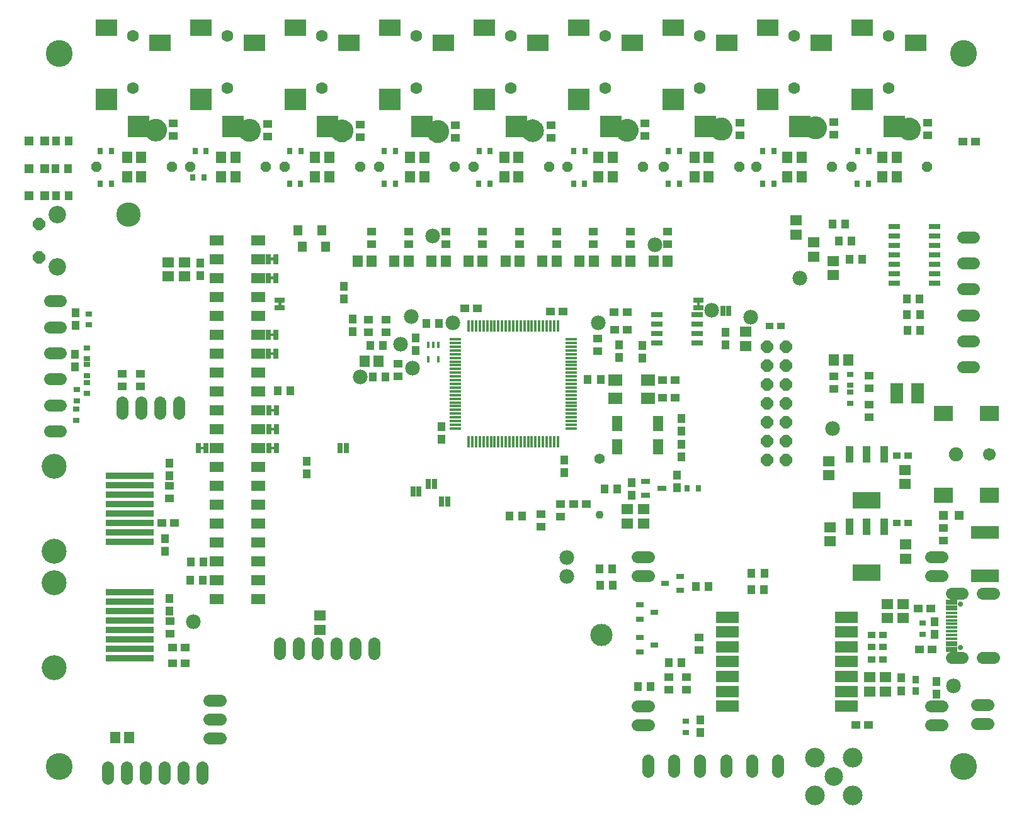
<source format=gbr>
G04 EAGLE Gerber RS-274X export*
G75*
%MOMM*%
%FSLAX34Y34*%
%LPD*%
%INSoldermask Top*%
%IPPOS*%
%AMOC8*
5,1,8,0,0,1.08239X$1,22.5*%
G01*
%ADD10C,3.601600*%
%ADD11C,3.281600*%
%ADD12R,1.101600X2.201600*%
%ADD13R,3.801600X2.201600*%
%ADD14C,1.601600*%
%ADD15R,1.201600X1.101600*%
%ADD16R,2.901600X2.301600*%
%ADD17R,2.901600X2.901600*%
%ADD18C,1.601600*%
%ADD19R,1.401600X1.601600*%
%ADD20R,1.601600X1.401600*%
%ADD21R,1.101600X1.201600*%
%ADD22R,1.301600X1.301600*%
%ADD23R,2.501600X2.101600*%
%ADD24C,1.701600*%
%ADD25C,1.901600*%
%ADD26R,6.451600X0.861600*%
%ADD27C,3.351600*%
%ADD28R,1.601600X0.371600*%
%ADD29R,0.371600X1.601600*%
%ADD30R,1.401600X2.001600*%
%ADD31R,3.101600X1.601600*%
%ADD32C,3.001600*%
%ADD33R,1.879600X1.371600*%
%ADD34R,0.736600X1.371600*%
%ADD35R,1.117600X0.736600*%
%ADD36P,1.429621X8X22.500000*%
%ADD37C,1.981200*%
%ADD38R,0.701600X0.901600*%
%ADD39R,3.801600X1.801600*%
%ADD40R,1.501600X0.701600*%
%ADD41R,1.501600X0.401600*%
%ADD42C,0.701600*%
%ADD43R,0.901600X0.701600*%
%ADD44R,1.371600X0.736600*%
%ADD45C,1.401600*%
%ADD46C,1.101600*%
%ADD47P,1.759533X8X292.500000*%
%ADD48C,2.349500*%
%ADD49R,1.627600X0.751600*%
%ADD50R,1.901600X1.501600*%
%ADD51R,1.001600X0.901600*%
%ADD52R,0.901600X1.001600*%
%ADD53C,2.501600*%
%ADD54C,2.651600*%
%ADD55R,1.701600X2.801600*%
%ADD56R,1.626600X0.751600*%
%ADD57R,1.216200X1.462800*%
%ADD58R,1.151600X0.751600*%
%ADD59R,0.450000X0.900000*%

G36*
X1069205Y893401D02*
X1069205Y893401D01*
X1069308Y893424D01*
X1069379Y893431D01*
X1071785Y894076D01*
X1071882Y894117D01*
X1071951Y894136D01*
X1074208Y895189D01*
X1074297Y895247D01*
X1074361Y895277D01*
X1076401Y896706D01*
X1076479Y896778D01*
X1076537Y896820D01*
X1078298Y898581D01*
X1078307Y898592D01*
X1078311Y898596D01*
X1078321Y898611D01*
X1078362Y898665D01*
X1078412Y898716D01*
X1079840Y900756D01*
X1079882Y900838D01*
X1079898Y900863D01*
X1079900Y900867D01*
X1079929Y900910D01*
X1080981Y903167D01*
X1081012Y903268D01*
X1081042Y903333D01*
X1081686Y905739D01*
X1081699Y905844D01*
X1081717Y905913D01*
X1081934Y908394D01*
X1081929Y908500D01*
X1081934Y908571D01*
X1081717Y911052D01*
X1081693Y911155D01*
X1081686Y911226D01*
X1081042Y913632D01*
X1081000Y913729D01*
X1080981Y913798D01*
X1079929Y916055D01*
X1079871Y916144D01*
X1079840Y916208D01*
X1078412Y918248D01*
X1078339Y918326D01*
X1078298Y918384D01*
X1076537Y920145D01*
X1076453Y920209D01*
X1076401Y920259D01*
X1074361Y921687D01*
X1074267Y921735D01*
X1074208Y921776D01*
X1071951Y922828D01*
X1071850Y922859D01*
X1071785Y922889D01*
X1069379Y923533D01*
X1069274Y923546D01*
X1069205Y923564D01*
X1066724Y923781D01*
X1066618Y923776D01*
X1066547Y923781D01*
X1064066Y923564D01*
X1063963Y923540D01*
X1063892Y923533D01*
X1061486Y922889D01*
X1061388Y922847D01*
X1061320Y922828D01*
X1059062Y921776D01*
X1058974Y921718D01*
X1058909Y921687D01*
X1056869Y920259D01*
X1056792Y920186D01*
X1056734Y920145D01*
X1054973Y918384D01*
X1054909Y918300D01*
X1054859Y918248D01*
X1053430Y916208D01*
X1053382Y916114D01*
X1053342Y916055D01*
X1052289Y913798D01*
X1052258Y913697D01*
X1052229Y913632D01*
X1051584Y911226D01*
X1051571Y911121D01*
X1051553Y911052D01*
X1051336Y908571D01*
X1051342Y908465D01*
X1051336Y908394D01*
X1051553Y905913D01*
X1051577Y905810D01*
X1051584Y905739D01*
X1052229Y903333D01*
X1052270Y903235D01*
X1052289Y903167D01*
X1053342Y900910D01*
X1053400Y900821D01*
X1053430Y900756D01*
X1054859Y898716D01*
X1054912Y898659D01*
X1054926Y898635D01*
X1054948Y898615D01*
X1054973Y898581D01*
X1056734Y896820D01*
X1056818Y896756D01*
X1056869Y896706D01*
X1058909Y895277D01*
X1059004Y895229D01*
X1059062Y895189D01*
X1061320Y894136D01*
X1061421Y894105D01*
X1061486Y894076D01*
X1063892Y893431D01*
X1063997Y893418D01*
X1064066Y893401D01*
X1066547Y893183D01*
X1066653Y893189D01*
X1066724Y893183D01*
X1069205Y893401D01*
G37*
G36*
X942354Y891721D02*
X942354Y891721D01*
X942457Y891745D01*
X942528Y891752D01*
X944934Y892396D01*
X945031Y892438D01*
X945100Y892457D01*
X947357Y893509D01*
X947446Y893567D01*
X947510Y893598D01*
X949550Y895026D01*
X949628Y895099D01*
X949686Y895140D01*
X951447Y896901D01*
X951456Y896913D01*
X951460Y896916D01*
X951470Y896932D01*
X951511Y896986D01*
X951561Y897037D01*
X952989Y899077D01*
X953031Y899159D01*
X953047Y899183D01*
X953049Y899188D01*
X953078Y899230D01*
X954130Y901487D01*
X954161Y901588D01*
X954191Y901653D01*
X954835Y904059D01*
X954848Y904164D01*
X954866Y904233D01*
X955083Y906714D01*
X955078Y906820D01*
X955083Y906891D01*
X954866Y909372D01*
X954842Y909475D01*
X954835Y909547D01*
X954191Y911952D01*
X954149Y912050D01*
X954130Y912119D01*
X953078Y914376D01*
X953020Y914464D01*
X952989Y914529D01*
X951561Y916569D01*
X951488Y916646D01*
X951447Y916705D01*
X949686Y918466D01*
X949602Y918529D01*
X949550Y918579D01*
X947510Y920008D01*
X947416Y920056D01*
X947357Y920096D01*
X945100Y921149D01*
X944999Y921180D01*
X944934Y921209D01*
X942528Y921854D01*
X942423Y921867D01*
X942354Y921885D01*
X939873Y922102D01*
X939767Y922096D01*
X939696Y922102D01*
X937215Y921885D01*
X937112Y921861D01*
X937041Y921854D01*
X934635Y921209D01*
X934537Y921168D01*
X934469Y921149D01*
X932211Y920096D01*
X932123Y920039D01*
X932058Y920008D01*
X930018Y918579D01*
X929941Y918507D01*
X929883Y918466D01*
X928122Y916705D01*
X928058Y916620D01*
X928008Y916569D01*
X926579Y914529D01*
X926531Y914434D01*
X926491Y914376D01*
X925438Y912119D01*
X925407Y912017D01*
X925378Y911952D01*
X924733Y909547D01*
X924720Y909441D01*
X924702Y909372D01*
X924485Y906891D01*
X924491Y906786D01*
X924485Y906714D01*
X924702Y904233D01*
X924726Y904130D01*
X924733Y904059D01*
X925378Y901653D01*
X925419Y901556D01*
X925438Y901487D01*
X926491Y899230D01*
X926549Y899141D01*
X926579Y899077D01*
X928008Y897037D01*
X928061Y896979D01*
X928075Y896956D01*
X928097Y896935D01*
X928122Y896901D01*
X929883Y895140D01*
X929967Y895077D01*
X930018Y895026D01*
X932058Y893598D01*
X932153Y893550D01*
X932211Y893509D01*
X934469Y892457D01*
X934570Y892426D01*
X934635Y892396D01*
X937041Y891752D01*
X937146Y891739D01*
X937215Y891721D01*
X939696Y891504D01*
X939802Y891510D01*
X939873Y891504D01*
X942354Y891721D01*
G37*
G36*
X1195335Y891619D02*
X1195335Y891619D01*
X1195438Y891643D01*
X1195509Y891649D01*
X1197915Y892294D01*
X1198012Y892335D01*
X1198081Y892355D01*
X1200338Y893407D01*
X1200427Y893465D01*
X1200492Y893495D01*
X1202532Y894924D01*
X1202609Y894996D01*
X1202667Y895038D01*
X1204428Y896799D01*
X1204437Y896811D01*
X1204441Y896814D01*
X1204451Y896829D01*
X1204492Y896883D01*
X1204542Y896934D01*
X1205971Y898974D01*
X1206012Y899057D01*
X1206029Y899081D01*
X1206030Y899085D01*
X1206059Y899128D01*
X1207112Y901385D01*
X1207142Y901486D01*
X1207172Y901551D01*
X1207817Y903957D01*
X1207830Y904062D01*
X1207847Y904131D01*
X1208064Y906612D01*
X1208059Y906718D01*
X1208064Y906789D01*
X1207847Y909270D01*
X1207824Y909373D01*
X1207817Y909444D01*
X1207172Y911850D01*
X1207131Y911947D01*
X1207112Y912016D01*
X1206059Y914273D01*
X1206001Y914362D01*
X1205971Y914427D01*
X1204542Y916467D01*
X1204470Y916544D01*
X1204428Y916602D01*
X1202667Y918363D01*
X1202583Y918427D01*
X1202532Y918477D01*
X1200492Y919905D01*
X1200397Y919953D01*
X1200338Y919994D01*
X1198081Y921046D01*
X1197980Y921077D01*
X1197915Y921107D01*
X1195509Y921752D01*
X1195404Y921764D01*
X1195335Y921782D01*
X1192854Y921999D01*
X1192748Y921994D01*
X1192677Y921999D01*
X1190196Y921782D01*
X1190093Y921758D01*
X1190022Y921752D01*
X1187616Y921107D01*
X1187519Y921066D01*
X1187450Y921046D01*
X1185193Y919994D01*
X1185104Y919936D01*
X1185040Y919905D01*
X1182999Y918477D01*
X1182922Y918405D01*
X1182864Y918363D01*
X1181103Y916602D01*
X1181039Y916518D01*
X1180989Y916467D01*
X1179561Y914427D01*
X1179513Y914332D01*
X1179472Y914273D01*
X1178420Y912016D01*
X1178389Y911915D01*
X1178359Y911850D01*
X1177715Y909444D01*
X1177702Y909339D01*
X1177684Y909270D01*
X1177467Y906789D01*
X1177472Y906683D01*
X1177467Y906612D01*
X1177684Y904131D01*
X1177708Y904028D01*
X1177715Y903957D01*
X1178359Y901551D01*
X1178401Y901454D01*
X1178420Y901385D01*
X1179472Y899128D01*
X1179530Y899039D01*
X1179561Y898974D01*
X1180989Y896934D01*
X1181043Y896877D01*
X1181057Y896853D01*
X1181079Y896833D01*
X1181103Y896799D01*
X1182864Y895038D01*
X1182948Y894974D01*
X1182999Y894924D01*
X1185040Y893495D01*
X1185134Y893447D01*
X1185193Y893407D01*
X1187450Y892355D01*
X1187551Y892324D01*
X1187616Y892294D01*
X1190022Y891649D01*
X1190127Y891637D01*
X1190196Y891619D01*
X1192677Y891402D01*
X1192783Y891407D01*
X1192854Y891402D01*
X1195335Y891619D01*
G37*
G36*
X181978Y890451D02*
X181978Y890451D01*
X182081Y890475D01*
X182152Y890482D01*
X184558Y891127D01*
X184655Y891168D01*
X184724Y891187D01*
X186981Y892240D01*
X187070Y892297D01*
X187135Y892328D01*
X189175Y893757D01*
X189252Y893829D01*
X189310Y893870D01*
X191071Y895631D01*
X191080Y895643D01*
X191084Y895646D01*
X191094Y895662D01*
X191135Y895716D01*
X191185Y895767D01*
X192613Y897807D01*
X192655Y897889D01*
X192671Y897913D01*
X192673Y897918D01*
X192702Y897960D01*
X193754Y900217D01*
X193785Y900319D01*
X193815Y900384D01*
X194460Y902789D01*
X194472Y902894D01*
X194490Y902964D01*
X194707Y905445D01*
X194702Y905550D01*
X194707Y905622D01*
X194490Y908103D01*
X194466Y908206D01*
X194460Y908277D01*
X193815Y910682D01*
X193773Y910780D01*
X193754Y910849D01*
X192702Y913106D01*
X192644Y913195D01*
X192613Y913259D01*
X191185Y915299D01*
X191113Y915377D01*
X191071Y915435D01*
X189310Y917196D01*
X189226Y917259D01*
X189175Y917310D01*
X187135Y918738D01*
X187040Y918786D01*
X186981Y918827D01*
X184724Y919879D01*
X184623Y919910D01*
X184558Y919940D01*
X182152Y920584D01*
X182047Y920597D01*
X181978Y920615D01*
X179497Y920832D01*
X179391Y920826D01*
X179320Y920832D01*
X176839Y920615D01*
X176736Y920591D01*
X176665Y920584D01*
X174259Y919940D01*
X174162Y919898D01*
X174093Y919879D01*
X171836Y918827D01*
X171747Y918769D01*
X171682Y918738D01*
X169642Y917310D01*
X169565Y917237D01*
X169507Y917196D01*
X167746Y915435D01*
X167682Y915350D01*
X167632Y915299D01*
X166203Y913259D01*
X166155Y913165D01*
X166115Y913106D01*
X165062Y910849D01*
X165032Y910748D01*
X165002Y910682D01*
X164357Y908277D01*
X164345Y908172D01*
X164327Y908103D01*
X164110Y905622D01*
X164115Y905516D01*
X164110Y905445D01*
X164327Y902964D01*
X164351Y902861D01*
X164357Y902789D01*
X165002Y900384D01*
X165043Y900286D01*
X165062Y900217D01*
X166115Y897960D01*
X166173Y897872D01*
X166203Y897807D01*
X167632Y895767D01*
X167686Y895710D01*
X167700Y895686D01*
X167721Y895665D01*
X167746Y895631D01*
X169507Y893870D01*
X169591Y893807D01*
X169642Y893757D01*
X171682Y892328D01*
X171777Y892280D01*
X171836Y892240D01*
X174093Y891187D01*
X174194Y891156D01*
X174259Y891127D01*
X176665Y890482D01*
X176770Y890469D01*
X176839Y890451D01*
X179320Y890234D01*
X179426Y890240D01*
X179497Y890234D01*
X181978Y890451D01*
G37*
G36*
X308033Y890262D02*
X308033Y890262D01*
X308136Y890286D01*
X308207Y890293D01*
X310613Y890937D01*
X310710Y890979D01*
X310779Y890998D01*
X313036Y892050D01*
X313125Y892108D01*
X313190Y892139D01*
X315230Y893567D01*
X315307Y893640D01*
X315365Y893681D01*
X317126Y895442D01*
X317135Y895454D01*
X317139Y895457D01*
X317149Y895473D01*
X317190Y895526D01*
X317240Y895578D01*
X318669Y897618D01*
X318710Y897700D01*
X318726Y897724D01*
X318728Y897729D01*
X318757Y897771D01*
X319810Y900028D01*
X319840Y900129D01*
X319870Y900194D01*
X320515Y902600D01*
X320527Y902705D01*
X320545Y902774D01*
X320762Y905255D01*
X320757Y905361D01*
X320762Y905432D01*
X320545Y907913D01*
X320521Y908016D01*
X320515Y908087D01*
X319870Y910493D01*
X319829Y910591D01*
X319810Y910659D01*
X318757Y912917D01*
X318699Y913005D01*
X318669Y913070D01*
X317240Y915110D01*
X317168Y915187D01*
X317126Y915245D01*
X315365Y917006D01*
X315281Y917070D01*
X315230Y917120D01*
X313190Y918549D01*
X313095Y918597D01*
X313036Y918637D01*
X310779Y919690D01*
X310678Y919721D01*
X310613Y919750D01*
X308207Y920395D01*
X308102Y920408D01*
X308033Y920426D01*
X305552Y920643D01*
X305446Y920637D01*
X305375Y920643D01*
X302894Y920426D01*
X302791Y920402D01*
X302720Y920395D01*
X300314Y919750D01*
X300217Y919709D01*
X300148Y919690D01*
X297891Y918637D01*
X297802Y918579D01*
X297737Y918549D01*
X295697Y917120D01*
X295620Y917048D01*
X295562Y917006D01*
X293801Y915245D01*
X293737Y915161D01*
X293687Y915110D01*
X292259Y913070D01*
X292211Y912975D01*
X292170Y912917D01*
X291118Y910659D01*
X291087Y910558D01*
X291057Y910493D01*
X290412Y908087D01*
X290400Y907982D01*
X290382Y907913D01*
X290165Y905432D01*
X290170Y905326D01*
X290165Y905255D01*
X290382Y902774D01*
X290406Y902671D01*
X290412Y902600D01*
X291057Y900194D01*
X291099Y900097D01*
X291118Y900028D01*
X292170Y897771D01*
X292228Y897682D01*
X292259Y897618D01*
X293687Y895578D01*
X293741Y895520D01*
X293755Y895497D01*
X293776Y895476D01*
X293801Y895442D01*
X295562Y893681D01*
X295646Y893617D01*
X295697Y893567D01*
X297737Y892139D01*
X297832Y892091D01*
X297891Y892050D01*
X300148Y890998D01*
X300249Y890967D01*
X300314Y890937D01*
X302720Y890293D01*
X302825Y890280D01*
X302894Y890262D01*
X305375Y890045D01*
X305481Y890050D01*
X305552Y890045D01*
X308033Y890262D01*
G37*
G36*
X815697Y890080D02*
X815697Y890080D01*
X815800Y890104D01*
X815872Y890111D01*
X818277Y890755D01*
X818375Y890797D01*
X818444Y890816D01*
X820701Y891868D01*
X820789Y891926D01*
X820854Y891957D01*
X822894Y893385D01*
X822972Y893458D01*
X823030Y893499D01*
X824791Y895260D01*
X824800Y895272D01*
X824803Y895275D01*
X824814Y895291D01*
X824854Y895345D01*
X824904Y895396D01*
X826333Y897436D01*
X826375Y897518D01*
X826391Y897542D01*
X826392Y897547D01*
X826421Y897589D01*
X827474Y899846D01*
X827505Y899947D01*
X827534Y900012D01*
X828179Y902418D01*
X828192Y902523D01*
X828210Y902592D01*
X828427Y905073D01*
X828421Y905179D01*
X828427Y905250D01*
X828210Y907731D01*
X828186Y907834D01*
X828179Y907906D01*
X827534Y910311D01*
X827493Y910409D01*
X827474Y910478D01*
X826421Y912735D01*
X826364Y912823D01*
X826333Y912888D01*
X824904Y914928D01*
X824832Y915005D01*
X824791Y915064D01*
X823030Y916825D01*
X822945Y916888D01*
X822894Y916938D01*
X820854Y918367D01*
X820760Y918415D01*
X820701Y918455D01*
X818444Y919508D01*
X818342Y919539D01*
X818277Y919568D01*
X815872Y920213D01*
X815767Y920226D01*
X815697Y920244D01*
X813216Y920461D01*
X813111Y920455D01*
X813039Y920461D01*
X810558Y920244D01*
X810455Y920220D01*
X810384Y920213D01*
X807979Y919568D01*
X807881Y919527D01*
X807812Y919508D01*
X805555Y918455D01*
X805466Y918398D01*
X805402Y918367D01*
X803362Y916938D01*
X803284Y916866D01*
X803226Y916825D01*
X801465Y915064D01*
X801402Y914979D01*
X801351Y914928D01*
X799923Y912888D01*
X799875Y912793D01*
X799834Y912735D01*
X798782Y910478D01*
X798751Y910376D01*
X798721Y910311D01*
X798077Y907906D01*
X798064Y907800D01*
X798046Y907731D01*
X797829Y905250D01*
X797835Y905145D01*
X797829Y905073D01*
X798046Y902592D01*
X798070Y902489D01*
X798077Y902418D01*
X798721Y900012D01*
X798763Y899915D01*
X798782Y899846D01*
X799834Y897589D01*
X799892Y897500D01*
X799923Y897436D01*
X801351Y895396D01*
X801405Y895338D01*
X801419Y895315D01*
X801441Y895294D01*
X801465Y895260D01*
X803226Y893499D01*
X803311Y893436D01*
X803362Y893385D01*
X805402Y891957D01*
X805496Y891909D01*
X805555Y891868D01*
X807812Y890816D01*
X807914Y890785D01*
X807979Y890755D01*
X810384Y890111D01*
X810489Y890098D01*
X810558Y890080D01*
X813039Y889863D01*
X813145Y889869D01*
X813216Y889863D01*
X815697Y890080D01*
G37*
G36*
X688542Y889688D02*
X688542Y889688D01*
X688645Y889712D01*
X688716Y889718D01*
X691122Y890363D01*
X691219Y890405D01*
X691288Y890424D01*
X693545Y891476D01*
X693634Y891534D01*
X693698Y891565D01*
X695738Y892993D01*
X695816Y893065D01*
X695874Y893107D01*
X697635Y894868D01*
X697644Y894880D01*
X697648Y894883D01*
X697658Y894899D01*
X697698Y894952D01*
X697749Y895003D01*
X699177Y897043D01*
X699219Y897126D01*
X699235Y897150D01*
X699237Y897154D01*
X699266Y897197D01*
X700318Y899454D01*
X700349Y899555D01*
X700379Y899620D01*
X701023Y902026D01*
X701036Y902131D01*
X701054Y902200D01*
X701271Y904681D01*
X701265Y904787D01*
X701271Y904858D01*
X701054Y907339D01*
X701030Y907442D01*
X701023Y907513D01*
X700379Y909919D01*
X700337Y910016D01*
X700318Y910085D01*
X699266Y912342D01*
X699208Y912431D01*
X699177Y912496D01*
X697749Y914536D01*
X697676Y914613D01*
X697635Y914671D01*
X695874Y916432D01*
X695789Y916496D01*
X695738Y916546D01*
X693698Y917975D01*
X693604Y918023D01*
X693545Y918063D01*
X691288Y919116D01*
X691187Y919146D01*
X691122Y919176D01*
X688716Y919821D01*
X688611Y919833D01*
X688542Y919851D01*
X686061Y920068D01*
X685955Y920063D01*
X685884Y920068D01*
X683403Y919851D01*
X683300Y919827D01*
X683228Y919821D01*
X680823Y919176D01*
X680725Y919135D01*
X680656Y919116D01*
X678399Y918063D01*
X678311Y918005D01*
X678246Y917975D01*
X676206Y916546D01*
X676129Y916474D01*
X676070Y916432D01*
X674309Y914671D01*
X674246Y914587D01*
X674196Y914536D01*
X672767Y912496D01*
X672719Y912401D01*
X672679Y912342D01*
X671626Y910085D01*
X671595Y909984D01*
X671566Y909919D01*
X670921Y907513D01*
X670908Y907408D01*
X670890Y907339D01*
X670673Y904858D01*
X670679Y904752D01*
X670673Y904681D01*
X670890Y902200D01*
X670914Y902097D01*
X670921Y902026D01*
X671566Y899620D01*
X671607Y899523D01*
X671626Y899454D01*
X672679Y897197D01*
X672736Y897108D01*
X672767Y897043D01*
X674196Y895003D01*
X674249Y894946D01*
X674263Y894922D01*
X674285Y894902D01*
X674309Y894868D01*
X676070Y893107D01*
X676155Y893043D01*
X676206Y892993D01*
X678246Y891565D01*
X678341Y891517D01*
X678399Y891476D01*
X680656Y890424D01*
X680758Y890393D01*
X680823Y890363D01*
X683228Y889718D01*
X683334Y889706D01*
X683403Y889688D01*
X685884Y889471D01*
X685989Y889476D01*
X686061Y889471D01*
X688542Y889688D01*
G37*
G36*
X432230Y889513D02*
X432230Y889513D01*
X432333Y889537D01*
X432405Y889544D01*
X434810Y890189D01*
X434908Y890230D01*
X434977Y890249D01*
X437234Y891302D01*
X437322Y891359D01*
X437387Y891390D01*
X439427Y892819D01*
X439504Y892891D01*
X439563Y892932D01*
X441324Y894693D01*
X441332Y894705D01*
X441336Y894708D01*
X441347Y894724D01*
X441387Y894778D01*
X441437Y894829D01*
X442866Y896869D01*
X442908Y896951D01*
X442924Y896975D01*
X442925Y896980D01*
X442954Y897022D01*
X444007Y899279D01*
X444038Y899381D01*
X444067Y899446D01*
X444712Y901851D01*
X444725Y901956D01*
X444743Y902026D01*
X444960Y904507D01*
X444954Y904612D01*
X444960Y904684D01*
X444743Y907165D01*
X444719Y907268D01*
X444712Y907339D01*
X444067Y909744D01*
X444026Y909842D01*
X444007Y909911D01*
X442954Y912168D01*
X442897Y912257D01*
X442866Y912321D01*
X441437Y914361D01*
X441365Y914439D01*
X441324Y914497D01*
X439563Y916258D01*
X439478Y916321D01*
X439427Y916372D01*
X437387Y917800D01*
X437292Y917848D01*
X437234Y917889D01*
X434977Y918941D01*
X434875Y918972D01*
X434810Y919002D01*
X432405Y919646D01*
X432299Y919659D01*
X432230Y919677D01*
X429749Y919894D01*
X429644Y919888D01*
X429572Y919894D01*
X427091Y919677D01*
X426988Y919653D01*
X426917Y919646D01*
X424511Y919002D01*
X424414Y918960D01*
X424345Y918941D01*
X422088Y917889D01*
X421999Y917831D01*
X421935Y917800D01*
X419895Y916372D01*
X419817Y916299D01*
X419759Y916258D01*
X417998Y914497D01*
X417935Y914412D01*
X417884Y914361D01*
X416456Y912321D01*
X416408Y912227D01*
X416367Y912168D01*
X415315Y909911D01*
X415284Y909809D01*
X415254Y909744D01*
X414610Y907339D01*
X414597Y907234D01*
X414579Y907165D01*
X414362Y904684D01*
X414368Y904578D01*
X414362Y904507D01*
X414579Y902026D01*
X414603Y901923D01*
X414610Y901851D01*
X415254Y899446D01*
X415296Y899348D01*
X415315Y899279D01*
X416367Y897022D01*
X416425Y896934D01*
X416456Y896869D01*
X417884Y894829D01*
X417938Y894772D01*
X417952Y894748D01*
X417974Y894727D01*
X417998Y894693D01*
X419759Y892932D01*
X419844Y892869D01*
X419895Y892819D01*
X421935Y891390D01*
X422029Y891342D01*
X422088Y891302D01*
X424345Y890249D01*
X424446Y890218D01*
X424511Y890189D01*
X426917Y889544D01*
X427022Y889531D01*
X427091Y889513D01*
X429572Y889296D01*
X429678Y889302D01*
X429749Y889296D01*
X432230Y889513D01*
G37*
G36*
X561223Y888623D02*
X561223Y888623D01*
X561326Y888647D01*
X561398Y888654D01*
X563803Y889299D01*
X563901Y889340D01*
X563969Y889359D01*
X566227Y890412D01*
X566315Y890469D01*
X566380Y890500D01*
X568420Y891929D01*
X568497Y892001D01*
X568555Y892043D01*
X570316Y893804D01*
X570325Y893815D01*
X570329Y893819D01*
X570340Y893834D01*
X570380Y893888D01*
X570430Y893939D01*
X571859Y895979D01*
X571901Y896061D01*
X571917Y896086D01*
X571918Y896090D01*
X571947Y896132D01*
X573000Y898390D01*
X573031Y898491D01*
X573060Y898556D01*
X573705Y900961D01*
X573718Y901067D01*
X573736Y901136D01*
X573953Y903617D01*
X573947Y903723D01*
X573953Y903794D01*
X573736Y906275D01*
X573712Y906378D01*
X573705Y906449D01*
X573060Y908855D01*
X573019Y908952D01*
X573000Y909021D01*
X571947Y911278D01*
X571890Y911367D01*
X571859Y911431D01*
X570430Y913471D01*
X570358Y913549D01*
X570316Y913607D01*
X568555Y915368D01*
X568471Y915432D01*
X568420Y915482D01*
X566380Y916910D01*
X566285Y916958D01*
X566227Y916999D01*
X563969Y918051D01*
X563868Y918082D01*
X563803Y918112D01*
X561398Y918756D01*
X561292Y918769D01*
X561223Y918787D01*
X558742Y919004D01*
X558636Y918999D01*
X558565Y919004D01*
X556084Y918787D01*
X555981Y918763D01*
X555910Y918756D01*
X553504Y918112D01*
X553407Y918070D01*
X553338Y918051D01*
X551081Y916999D01*
X550992Y916941D01*
X550928Y916910D01*
X548888Y915482D01*
X548810Y915409D01*
X548752Y915368D01*
X546991Y913607D01*
X546927Y913522D01*
X546877Y913471D01*
X545449Y911431D01*
X545401Y911337D01*
X545360Y911278D01*
X544308Y909021D01*
X544277Y908920D01*
X544247Y908855D01*
X543603Y906449D01*
X543590Y906344D01*
X543572Y906275D01*
X543355Y903794D01*
X543360Y903688D01*
X543355Y903617D01*
X543572Y901136D01*
X543596Y901033D01*
X543603Y900961D01*
X544247Y898556D01*
X544289Y898458D01*
X544308Y898390D01*
X545360Y896132D01*
X545418Y896044D01*
X545449Y895979D01*
X546877Y893939D01*
X546931Y893882D01*
X546945Y893858D01*
X546967Y893838D01*
X546991Y893804D01*
X548752Y892043D01*
X548837Y891979D01*
X548888Y891929D01*
X550928Y890500D01*
X551022Y890452D01*
X551081Y890412D01*
X553338Y889359D01*
X553439Y889328D01*
X553504Y889299D01*
X555910Y888654D01*
X556015Y888641D01*
X556084Y888623D01*
X558565Y888406D01*
X558671Y888412D01*
X558742Y888406D01*
X561223Y888623D01*
G37*
G36*
X910391Y668736D02*
X910391Y668736D01*
X910456Y668738D01*
X910500Y668756D01*
X910547Y668764D01*
X910603Y668798D01*
X910664Y668822D01*
X910699Y668854D01*
X910740Y668878D01*
X910781Y668929D01*
X910830Y668974D01*
X910852Y669016D01*
X910881Y669052D01*
X910902Y669115D01*
X910932Y669173D01*
X910941Y669228D01*
X910953Y669265D01*
X910952Y669304D01*
X910960Y669359D01*
X910960Y673169D01*
X910948Y673233D01*
X910947Y673299D01*
X910929Y673343D01*
X910920Y673389D01*
X910887Y673446D01*
X910862Y673507D01*
X910830Y673542D01*
X910806Y673583D01*
X910755Y673624D01*
X910711Y673673D01*
X910669Y673694D01*
X910632Y673724D01*
X910570Y673745D01*
X910511Y673775D01*
X910457Y673783D01*
X910420Y673796D01*
X910380Y673795D01*
X910326Y673803D01*
X907786Y673803D01*
X907721Y673791D01*
X907655Y673789D01*
X907612Y673772D01*
X907565Y673763D01*
X907508Y673730D01*
X907447Y673705D01*
X907413Y673673D01*
X907372Y673649D01*
X907330Y673598D01*
X907282Y673554D01*
X907260Y673511D01*
X907230Y673475D01*
X907209Y673413D01*
X907179Y673354D01*
X907171Y673300D01*
X907159Y673262D01*
X907159Y673258D01*
X907160Y673222D01*
X907152Y673169D01*
X907152Y669359D01*
X907163Y669294D01*
X907165Y669228D01*
X907183Y669184D01*
X907191Y669138D01*
X907225Y669081D01*
X907249Y669020D01*
X907281Y668985D01*
X907305Y668945D01*
X907356Y668903D01*
X907401Y668855D01*
X907443Y668833D01*
X907480Y668803D01*
X907542Y668782D01*
X907600Y668752D01*
X907655Y668744D01*
X907692Y668731D01*
X907731Y668732D01*
X907786Y668724D01*
X910326Y668724D01*
X910391Y668736D01*
G37*
G36*
X347536Y668817D02*
X347536Y668817D01*
X347602Y668819D01*
X347646Y668837D01*
X347692Y668845D01*
X347749Y668879D01*
X347810Y668903D01*
X347845Y668935D01*
X347885Y668959D01*
X347927Y669010D01*
X347975Y669055D01*
X347997Y669097D01*
X348027Y669133D01*
X348048Y669196D01*
X348078Y669254D01*
X348086Y669309D01*
X348099Y669346D01*
X348097Y669385D01*
X348106Y669440D01*
X348106Y673250D01*
X348094Y673314D01*
X348092Y673380D01*
X348074Y673424D01*
X348066Y673470D01*
X348032Y673527D01*
X348008Y673588D01*
X347976Y673623D01*
X347952Y673664D01*
X347901Y673705D01*
X347856Y673754D01*
X347814Y673775D01*
X347778Y673805D01*
X347715Y673826D01*
X347657Y673856D01*
X347602Y673864D01*
X347565Y673877D01*
X347526Y673876D01*
X347471Y673884D01*
X344931Y673884D01*
X344867Y673872D01*
X344801Y673870D01*
X344757Y673853D01*
X344711Y673844D01*
X344654Y673811D01*
X344593Y673786D01*
X344558Y673754D01*
X344517Y673730D01*
X344476Y673679D01*
X344427Y673635D01*
X344406Y673593D01*
X344376Y673556D01*
X344355Y673494D01*
X344325Y673435D01*
X344317Y673381D01*
X344304Y673343D01*
X344304Y673339D01*
X344305Y673303D01*
X344297Y673250D01*
X344297Y669440D01*
X344309Y669375D01*
X344311Y669309D01*
X344328Y669265D01*
X344337Y669219D01*
X344370Y669162D01*
X344395Y669101D01*
X344427Y669066D01*
X344451Y669026D01*
X344502Y668984D01*
X344546Y668936D01*
X344588Y668914D01*
X344625Y668884D01*
X344687Y668863D01*
X344746Y668833D01*
X344800Y668825D01*
X344838Y668812D01*
X344877Y668814D01*
X344931Y668805D01*
X347471Y668805D01*
X347536Y668817D01*
G37*
G36*
X337601Y704765D02*
X337601Y704765D01*
X337667Y704767D01*
X337711Y704784D01*
X337757Y704793D01*
X337814Y704826D01*
X337875Y704851D01*
X337910Y704883D01*
X337950Y704907D01*
X337992Y704958D01*
X338041Y705002D01*
X338062Y705044D01*
X338092Y705081D01*
X338113Y705143D01*
X338143Y705202D01*
X338151Y705256D01*
X338164Y705294D01*
X338163Y705333D01*
X338171Y705387D01*
X338171Y707927D01*
X338159Y707992D01*
X338157Y708058D01*
X338139Y708102D01*
X338131Y708148D01*
X338098Y708205D01*
X338073Y708266D01*
X338041Y708301D01*
X338017Y708341D01*
X337966Y708383D01*
X337921Y708431D01*
X337879Y708453D01*
X337843Y708483D01*
X337780Y708504D01*
X337722Y708534D01*
X337667Y708542D01*
X337630Y708555D01*
X337591Y708553D01*
X337536Y708562D01*
X333726Y708562D01*
X333662Y708550D01*
X333596Y708548D01*
X333552Y708530D01*
X333506Y708522D01*
X333449Y708488D01*
X333388Y708464D01*
X333353Y708432D01*
X333312Y708408D01*
X333271Y708357D01*
X333222Y708312D01*
X333201Y708270D01*
X333171Y708234D01*
X333150Y708171D01*
X333120Y708113D01*
X333112Y708058D01*
X333099Y708021D01*
X333099Y708018D01*
X333100Y707981D01*
X333092Y707927D01*
X333092Y705387D01*
X333104Y705322D01*
X333106Y705257D01*
X333124Y705213D01*
X333132Y705166D01*
X333165Y705110D01*
X333190Y705049D01*
X333222Y705014D01*
X333246Y704973D01*
X333297Y704932D01*
X333341Y704883D01*
X333384Y704862D01*
X333420Y704832D01*
X333482Y704811D01*
X333541Y704781D01*
X333596Y704773D01*
X333633Y704760D01*
X333672Y704761D01*
X333726Y704753D01*
X337536Y704753D01*
X337601Y704765D01*
G37*
G36*
X337536Y730136D02*
X337536Y730136D01*
X337602Y730137D01*
X337645Y730155D01*
X337692Y730164D01*
X337749Y730197D01*
X337810Y730222D01*
X337844Y730254D01*
X337885Y730278D01*
X337927Y730329D01*
X337975Y730373D01*
X337997Y730415D01*
X338027Y730452D01*
X338048Y730514D01*
X338078Y730573D01*
X338086Y730627D01*
X338098Y730664D01*
X338097Y730704D01*
X338105Y730758D01*
X338105Y733298D01*
X338094Y733363D01*
X338092Y733429D01*
X338074Y733472D01*
X338066Y733519D01*
X338032Y733576D01*
X338007Y733637D01*
X337976Y733671D01*
X337952Y733712D01*
X337900Y733754D01*
X337856Y733802D01*
X337814Y733824D01*
X337777Y733854D01*
X337715Y733875D01*
X337656Y733905D01*
X337602Y733913D01*
X337565Y733925D01*
X337526Y733924D01*
X337471Y733932D01*
X333661Y733932D01*
X333596Y733921D01*
X333531Y733919D01*
X333487Y733901D01*
X333440Y733893D01*
X333384Y733859D01*
X333323Y733835D01*
X333288Y733803D01*
X333247Y733779D01*
X333206Y733728D01*
X333157Y733683D01*
X333135Y733641D01*
X333106Y733604D01*
X333085Y733542D01*
X333055Y733484D01*
X333046Y733429D01*
X333034Y733392D01*
X333034Y733389D01*
X333035Y733352D01*
X333027Y733298D01*
X333027Y730758D01*
X333039Y730693D01*
X333040Y730628D01*
X333058Y730584D01*
X333067Y730537D01*
X333100Y730481D01*
X333125Y730420D01*
X333157Y730385D01*
X333181Y730344D01*
X333232Y730303D01*
X333276Y730254D01*
X333318Y730232D01*
X333355Y730203D01*
X333417Y730182D01*
X333476Y730152D01*
X333530Y730143D01*
X333567Y730131D01*
X333607Y730132D01*
X333661Y730124D01*
X337471Y730124D01*
X337536Y730136D01*
G37*
G36*
X337929Y628238D02*
X337929Y628238D01*
X337995Y628239D01*
X338038Y628257D01*
X338085Y628266D01*
X338142Y628299D01*
X338202Y628324D01*
X338237Y628356D01*
X338278Y628380D01*
X338319Y628431D01*
X338368Y628475D01*
X338390Y628517D01*
X338419Y628554D01*
X338440Y628616D01*
X338471Y628675D01*
X338479Y628729D01*
X338491Y628766D01*
X338490Y628806D01*
X338498Y628860D01*
X338498Y631400D01*
X338487Y631465D01*
X338485Y631531D01*
X338467Y631574D01*
X338459Y631621D01*
X338425Y631678D01*
X338400Y631739D01*
X338369Y631773D01*
X338344Y631814D01*
X338293Y631856D01*
X338249Y631904D01*
X338207Y631926D01*
X338170Y631956D01*
X338108Y631977D01*
X338049Y632007D01*
X337995Y632015D01*
X337958Y632027D01*
X337918Y632026D01*
X337864Y632034D01*
X334054Y632034D01*
X333989Y632023D01*
X333923Y632021D01*
X333880Y632003D01*
X333833Y631995D01*
X333776Y631961D01*
X333716Y631936D01*
X333681Y631905D01*
X333640Y631881D01*
X333598Y631829D01*
X333550Y631785D01*
X333528Y631743D01*
X333499Y631706D01*
X333478Y631644D01*
X333447Y631585D01*
X333439Y631531D01*
X333427Y631494D01*
X333427Y631491D01*
X333428Y631454D01*
X333420Y631400D01*
X333420Y628860D01*
X333431Y628795D01*
X333433Y628730D01*
X333451Y628686D01*
X333459Y628639D01*
X333493Y628583D01*
X333518Y628522D01*
X333549Y628487D01*
X333574Y628446D01*
X333625Y628405D01*
X333669Y628356D01*
X333711Y628334D01*
X333748Y628305D01*
X333810Y628284D01*
X333869Y628254D01*
X333923Y628245D01*
X333960Y628233D01*
X334000Y628234D01*
X334054Y628226D01*
X337864Y628226D01*
X337929Y628238D01*
G37*
G36*
X338107Y602947D02*
X338107Y602947D01*
X338172Y602949D01*
X338216Y602966D01*
X338263Y602975D01*
X338320Y603008D01*
X338380Y603033D01*
X338415Y603065D01*
X338456Y603089D01*
X338497Y603140D01*
X338546Y603184D01*
X338568Y603226D01*
X338597Y603263D01*
X338618Y603325D01*
X338649Y603384D01*
X338657Y603438D01*
X338669Y603476D01*
X338668Y603515D01*
X338676Y603569D01*
X338676Y606109D01*
X338665Y606174D01*
X338663Y606240D01*
X338645Y606283D01*
X338637Y606330D01*
X338603Y606387D01*
X338578Y606448D01*
X338546Y606483D01*
X338522Y606523D01*
X338471Y606565D01*
X338427Y606613D01*
X338385Y606635D01*
X338348Y606665D01*
X338286Y606686D01*
X338227Y606716D01*
X338173Y606724D01*
X338136Y606737D01*
X338096Y606735D01*
X338042Y606743D01*
X334232Y606743D01*
X334167Y606732D01*
X334101Y606730D01*
X334058Y606712D01*
X334011Y606704D01*
X333954Y606670D01*
X333893Y606646D01*
X333859Y606614D01*
X333818Y606590D01*
X333776Y606539D01*
X333728Y606494D01*
X333706Y606452D01*
X333677Y606415D01*
X333655Y606353D01*
X333625Y606295D01*
X333617Y606240D01*
X333605Y606203D01*
X333605Y606200D01*
X333606Y606163D01*
X333598Y606109D01*
X333598Y603569D01*
X333609Y603504D01*
X333611Y603439D01*
X333629Y603395D01*
X333637Y603348D01*
X333671Y603292D01*
X333696Y603231D01*
X333727Y603196D01*
X333751Y603155D01*
X333803Y603114D01*
X333847Y603065D01*
X333889Y603044D01*
X333926Y603014D01*
X333988Y602993D01*
X334047Y602963D01*
X334101Y602955D01*
X334138Y602942D01*
X334178Y602943D01*
X334232Y602935D01*
X338042Y602935D01*
X338107Y602947D01*
G37*
G36*
X338520Y526427D02*
X338520Y526427D01*
X338586Y526429D01*
X338629Y526447D01*
X338676Y526455D01*
X338733Y526489D01*
X338793Y526514D01*
X338828Y526545D01*
X338869Y526570D01*
X338911Y526621D01*
X338959Y526665D01*
X338981Y526707D01*
X339010Y526744D01*
X339031Y526806D01*
X339062Y526865D01*
X339070Y526919D01*
X339082Y526956D01*
X339081Y526996D01*
X339089Y527050D01*
X339089Y529590D01*
X339078Y529655D01*
X339076Y529721D01*
X339058Y529764D01*
X339050Y529811D01*
X339016Y529868D01*
X338991Y529928D01*
X338960Y529963D01*
X338935Y530004D01*
X338884Y530046D01*
X338840Y530094D01*
X338798Y530116D01*
X338761Y530145D01*
X338699Y530166D01*
X338640Y530197D01*
X338586Y530205D01*
X338549Y530217D01*
X338509Y530216D01*
X338455Y530224D01*
X334645Y530224D01*
X334580Y530213D01*
X334514Y530211D01*
X334471Y530193D01*
X334424Y530185D01*
X334367Y530151D01*
X334307Y530126D01*
X334272Y530095D01*
X334231Y530070D01*
X334190Y530019D01*
X334141Y529975D01*
X334119Y529933D01*
X334090Y529896D01*
X334069Y529834D01*
X334038Y529775D01*
X334030Y529721D01*
X334018Y529684D01*
X334018Y529681D01*
X334019Y529644D01*
X334011Y529590D01*
X334011Y527050D01*
X334022Y526985D01*
X334024Y526919D01*
X334042Y526876D01*
X334050Y526829D01*
X334084Y526772D01*
X334109Y526712D01*
X334140Y526677D01*
X334165Y526636D01*
X334216Y526595D01*
X334260Y526546D01*
X334302Y526524D01*
X334339Y526495D01*
X334401Y526474D01*
X334460Y526443D01*
X334514Y526435D01*
X334551Y526423D01*
X334591Y526424D01*
X334645Y526416D01*
X338455Y526416D01*
X338520Y526427D01*
G37*
G36*
X338520Y501027D02*
X338520Y501027D01*
X338586Y501029D01*
X338629Y501047D01*
X338676Y501055D01*
X338733Y501089D01*
X338793Y501114D01*
X338828Y501145D01*
X338869Y501170D01*
X338911Y501221D01*
X338959Y501265D01*
X338981Y501307D01*
X339010Y501344D01*
X339031Y501406D01*
X339062Y501465D01*
X339070Y501519D01*
X339082Y501556D01*
X339081Y501596D01*
X339089Y501650D01*
X339089Y504190D01*
X339078Y504255D01*
X339076Y504321D01*
X339058Y504364D01*
X339050Y504411D01*
X339016Y504468D01*
X338991Y504528D01*
X338960Y504563D01*
X338935Y504604D01*
X338884Y504646D01*
X338840Y504694D01*
X338798Y504716D01*
X338761Y504745D01*
X338699Y504766D01*
X338640Y504797D01*
X338586Y504805D01*
X338549Y504817D01*
X338509Y504816D01*
X338455Y504824D01*
X334645Y504824D01*
X334580Y504813D01*
X334514Y504811D01*
X334471Y504793D01*
X334424Y504785D01*
X334367Y504751D01*
X334307Y504726D01*
X334272Y504695D01*
X334231Y504670D01*
X334190Y504619D01*
X334141Y504575D01*
X334119Y504533D01*
X334090Y504496D01*
X334069Y504434D01*
X334038Y504375D01*
X334030Y504321D01*
X334018Y504284D01*
X334018Y504281D01*
X334019Y504244D01*
X334011Y504190D01*
X334011Y501650D01*
X334022Y501585D01*
X334024Y501519D01*
X334042Y501476D01*
X334050Y501429D01*
X334084Y501372D01*
X334109Y501312D01*
X334140Y501277D01*
X334165Y501236D01*
X334216Y501195D01*
X334260Y501146D01*
X334302Y501124D01*
X334339Y501095D01*
X334401Y501074D01*
X334460Y501043D01*
X334514Y501035D01*
X334551Y501023D01*
X334591Y501024D01*
X334645Y501016D01*
X338455Y501016D01*
X338520Y501027D01*
G37*
G36*
X243535Y475874D02*
X243535Y475874D01*
X243601Y475876D01*
X243645Y475894D01*
X243691Y475902D01*
X243748Y475936D01*
X243809Y475961D01*
X243844Y475992D01*
X243884Y476016D01*
X243926Y476068D01*
X243974Y476112D01*
X243996Y476154D01*
X244026Y476191D01*
X244047Y476253D01*
X244077Y476312D01*
X244085Y476366D01*
X244098Y476403D01*
X244096Y476442D01*
X244105Y476497D01*
X244105Y479037D01*
X244093Y479102D01*
X244091Y479167D01*
X244073Y479211D01*
X244065Y479258D01*
X244031Y479314D01*
X244007Y479375D01*
X243975Y479410D01*
X243951Y479451D01*
X243900Y479492D01*
X243855Y479541D01*
X243813Y479563D01*
X243777Y479592D01*
X243714Y479613D01*
X243656Y479643D01*
X243601Y479652D01*
X243564Y479664D01*
X243525Y479663D01*
X243470Y479671D01*
X239660Y479671D01*
X239595Y479659D01*
X239530Y479658D01*
X239486Y479640D01*
X239439Y479631D01*
X239383Y479598D01*
X239322Y479573D01*
X239287Y479541D01*
X239246Y479517D01*
X239205Y479466D01*
X239156Y479422D01*
X239135Y479380D01*
X239105Y479343D01*
X239084Y479281D01*
X239054Y479222D01*
X239046Y479168D01*
X239033Y479131D01*
X239033Y479128D01*
X239034Y479091D01*
X239026Y479037D01*
X239026Y476497D01*
X239038Y476432D01*
X239040Y476366D01*
X239057Y476323D01*
X239066Y476276D01*
X239099Y476219D01*
X239124Y476158D01*
X239156Y476124D01*
X239180Y476083D01*
X239231Y476041D01*
X239275Y475993D01*
X239317Y475971D01*
X239354Y475941D01*
X239416Y475920D01*
X239475Y475890D01*
X239529Y475882D01*
X239567Y475870D01*
X239606Y475871D01*
X239660Y475863D01*
X243470Y475863D01*
X243535Y475874D01*
G37*
G36*
X338520Y475627D02*
X338520Y475627D01*
X338586Y475629D01*
X338629Y475647D01*
X338676Y475655D01*
X338733Y475689D01*
X338793Y475714D01*
X338828Y475745D01*
X338869Y475770D01*
X338911Y475821D01*
X338959Y475865D01*
X338981Y475907D01*
X339010Y475944D01*
X339031Y476006D01*
X339062Y476065D01*
X339070Y476119D01*
X339082Y476156D01*
X339081Y476196D01*
X339089Y476250D01*
X339089Y478790D01*
X339078Y478855D01*
X339076Y478921D01*
X339058Y478964D01*
X339050Y479011D01*
X339016Y479068D01*
X338991Y479128D01*
X338960Y479163D01*
X338935Y479204D01*
X338884Y479246D01*
X338840Y479294D01*
X338798Y479316D01*
X338761Y479345D01*
X338699Y479366D01*
X338640Y479397D01*
X338586Y479405D01*
X338549Y479417D01*
X338509Y479416D01*
X338455Y479424D01*
X334645Y479424D01*
X334580Y479413D01*
X334514Y479411D01*
X334471Y479393D01*
X334424Y479385D01*
X334367Y479351D01*
X334307Y479326D01*
X334272Y479295D01*
X334231Y479270D01*
X334190Y479219D01*
X334141Y479175D01*
X334119Y479133D01*
X334090Y479096D01*
X334069Y479034D01*
X334038Y478975D01*
X334030Y478921D01*
X334018Y478884D01*
X334018Y478881D01*
X334019Y478844D01*
X334011Y478790D01*
X334011Y476250D01*
X334022Y476185D01*
X334024Y476119D01*
X334042Y476076D01*
X334050Y476029D01*
X334084Y475972D01*
X334109Y475912D01*
X334140Y475877D01*
X334165Y475836D01*
X334216Y475795D01*
X334260Y475746D01*
X334302Y475724D01*
X334339Y475695D01*
X334401Y475674D01*
X334460Y475643D01*
X334514Y475635D01*
X334551Y475623D01*
X334591Y475624D01*
X334645Y475616D01*
X338455Y475616D01*
X338520Y475627D01*
G37*
D10*
X1265000Y1008500D03*
X49500Y1008500D03*
X49500Y49500D03*
X1265000Y49500D03*
D11*
X143000Y792000D03*
D12*
X1158410Y371617D03*
X1135410Y371617D03*
X1112410Y371617D03*
D13*
X1135410Y309617D03*
D14*
X1283150Y107125D02*
X1298150Y107125D01*
X1298150Y132525D02*
X1283150Y132525D01*
D15*
X697348Y388923D03*
X697348Y371923D03*
D16*
X113000Y1043000D03*
D17*
X113000Y947000D03*
D16*
X185000Y1023000D03*
D17*
X156000Y910000D03*
D18*
X149000Y1032000D03*
X149000Y962000D03*
D19*
X140726Y869185D03*
X159726Y869185D03*
D15*
X469826Y768927D03*
X469826Y751927D03*
D19*
X450666Y729498D03*
X469666Y729498D03*
D16*
X240000Y1043000D03*
D17*
X240000Y947000D03*
D16*
X312000Y1023000D03*
D17*
X283000Y910000D03*
D18*
X276000Y1032000D03*
X276000Y962000D03*
D19*
X267251Y869185D03*
X286251Y869185D03*
D15*
X519510Y768927D03*
X519510Y751927D03*
D19*
X500397Y729498D03*
X519397Y729498D03*
D16*
X367000Y1043000D03*
D17*
X367000Y947000D03*
D16*
X439000Y1023000D03*
D17*
X410000Y910000D03*
D18*
X403000Y1032000D03*
X403000Y962000D03*
D19*
X393719Y869185D03*
X412719Y869185D03*
D15*
X569194Y768927D03*
X569194Y751927D03*
D19*
X550128Y729498D03*
X569128Y729498D03*
D20*
X1040035Y765010D03*
X1040035Y784010D03*
D15*
X197500Y410000D03*
X197500Y427000D03*
D21*
X45329Y890840D03*
X62329Y890840D03*
D22*
X9281Y890840D03*
X30281Y890840D03*
D16*
X748000Y1043000D03*
D17*
X748000Y947000D03*
D16*
X820000Y1023000D03*
D17*
X791000Y910000D03*
D18*
X784000Y1032000D03*
X784000Y962000D03*
D16*
X621000Y1043000D03*
D17*
X621000Y947000D03*
D16*
X693000Y1023000D03*
D17*
X664000Y910000D03*
D18*
X657000Y1032000D03*
X657000Y962000D03*
D16*
X494000Y1043000D03*
D17*
X494000Y947000D03*
D16*
X566000Y1023000D03*
D17*
X537000Y910000D03*
D18*
X530000Y1032000D03*
X530000Y962000D03*
D16*
X875000Y1043000D03*
D17*
X875000Y947000D03*
D16*
X947000Y1023000D03*
D17*
X918000Y910000D03*
D18*
X911000Y1032000D03*
X911000Y962000D03*
D16*
X1002000Y1043000D03*
D17*
X1002000Y947000D03*
D16*
X1074000Y1023000D03*
D17*
X1045000Y910000D03*
D18*
X1038000Y1032000D03*
X1038000Y962000D03*
D16*
X1129000Y1043000D03*
D17*
X1129000Y947000D03*
D16*
X1201000Y1023000D03*
D17*
X1172000Y910000D03*
D18*
X1165000Y1032000D03*
X1165000Y962000D03*
D23*
X1300000Y414000D03*
X1238000Y414000D03*
X1238000Y524000D03*
X1300000Y524000D03*
D24*
X1300000Y469000D03*
D25*
X1255000Y469000D03*
D26*
X144750Y440062D03*
X144750Y427362D03*
X144750Y414662D03*
X144750Y401962D03*
X144750Y389262D03*
X144750Y376562D03*
X144750Y363862D03*
X144750Y351162D03*
D27*
X42500Y452762D03*
X42500Y338462D03*
D28*
X582500Y504000D03*
X582500Y509000D03*
X582500Y514000D03*
X582500Y519000D03*
X582500Y524000D03*
X582500Y529000D03*
X582500Y534000D03*
X582500Y539000D03*
X582500Y544000D03*
X582500Y549000D03*
X582500Y554000D03*
X582500Y559000D03*
X582500Y564000D03*
X582500Y569000D03*
X582500Y574000D03*
X582500Y579000D03*
X582500Y584000D03*
X582500Y589000D03*
X582500Y594000D03*
X582500Y599000D03*
X582500Y604000D03*
X582500Y609000D03*
X582500Y614000D03*
X582500Y619000D03*
X582500Y624000D03*
X737500Y504000D03*
X737500Y509000D03*
X737500Y514000D03*
X737500Y519000D03*
X737500Y524000D03*
X737500Y529000D03*
X737500Y534000D03*
X737500Y539000D03*
X737500Y544000D03*
X737500Y549000D03*
X737500Y554000D03*
X737500Y559000D03*
X737500Y564000D03*
X737500Y569000D03*
X737500Y574000D03*
X737500Y579000D03*
X737500Y584000D03*
X737500Y589000D03*
X737500Y594000D03*
X737500Y599000D03*
X737500Y604000D03*
X737500Y609000D03*
X737500Y614000D03*
X737500Y619000D03*
X737500Y624000D03*
D29*
X720000Y641500D03*
X715000Y641500D03*
X710000Y641500D03*
X705000Y641500D03*
X700000Y641500D03*
X695000Y641500D03*
X690000Y641500D03*
X685000Y641500D03*
X680000Y641500D03*
X675000Y641500D03*
X670000Y641500D03*
X665000Y641500D03*
X660000Y641500D03*
X655000Y641500D03*
X650000Y641500D03*
X645000Y641500D03*
X640000Y641500D03*
X635000Y641500D03*
X630000Y641500D03*
X625000Y641500D03*
X620000Y641500D03*
X615000Y641500D03*
X610000Y641500D03*
X605000Y641500D03*
X600000Y641500D03*
X600000Y486500D03*
X605000Y486500D03*
X610000Y486500D03*
X615000Y486500D03*
X620000Y486500D03*
X625000Y486500D03*
X630000Y486500D03*
X635000Y486500D03*
X640000Y486500D03*
X645000Y486500D03*
X650000Y486500D03*
X655000Y486500D03*
X660000Y486500D03*
X665000Y486500D03*
X670000Y486500D03*
X675000Y486500D03*
X680000Y486500D03*
X685000Y486500D03*
X690000Y486500D03*
X695000Y486500D03*
X700000Y486500D03*
X705000Y486500D03*
X710000Y486500D03*
X715000Y486500D03*
X720000Y486500D03*
D15*
X1138248Y536344D03*
X1138248Y519344D03*
D20*
X1064252Y735300D03*
X1064252Y754300D03*
X1089721Y710158D03*
X1089721Y729158D03*
D15*
X1138249Y558136D03*
X1138249Y575136D03*
D19*
X521397Y869185D03*
X540397Y869185D03*
D15*
X618878Y768927D03*
X618878Y751927D03*
D19*
X599860Y729498D03*
X618860Y729498D03*
X648111Y869185D03*
X667111Y869185D03*
D15*
X668562Y768927D03*
X668562Y751927D03*
D19*
X649591Y729498D03*
X668591Y729498D03*
X774500Y869185D03*
X793500Y869185D03*
D15*
X718247Y768927D03*
X718247Y751927D03*
D19*
X699322Y729498D03*
X718322Y729498D03*
X903479Y869185D03*
X922479Y869185D03*
D15*
X767931Y768927D03*
X767931Y751927D03*
D19*
X749054Y729498D03*
X768054Y729498D03*
X1028546Y869185D03*
X1047546Y869185D03*
D15*
X817615Y768927D03*
X817615Y751927D03*
D19*
X798785Y729498D03*
X817785Y729498D03*
X1156383Y869185D03*
X1175383Y869185D03*
D15*
X867299Y768927D03*
X867299Y751927D03*
D19*
X848516Y729498D03*
X867516Y729498D03*
D30*
X799628Y478975D03*
X854628Y478975D03*
X854628Y510975D03*
X799628Y510975D03*
D31*
X947783Y250264D03*
X947783Y230264D03*
X947783Y210264D03*
X947783Y190264D03*
X947783Y170264D03*
X947783Y150264D03*
X947783Y130264D03*
X1107783Y130264D03*
X1107783Y150264D03*
X1107783Y170264D03*
X1107783Y190264D03*
X1107783Y210264D03*
X1107783Y230264D03*
X1107783Y250264D03*
D21*
X44750Y853840D03*
X61750Y853840D03*
D22*
X9281Y853840D03*
X30281Y853840D03*
D21*
X45227Y817051D03*
X62227Y817051D03*
D22*
X9281Y816840D03*
X30281Y816840D03*
D32*
X778842Y225878D03*
D33*
X317299Y757173D03*
X261419Y757173D03*
X317299Y731773D03*
X261419Y731773D03*
X317299Y706373D03*
X261419Y706373D03*
X317299Y680973D03*
X261419Y680973D03*
X317299Y655573D03*
X261419Y655573D03*
X317299Y630173D03*
X261419Y630173D03*
X317299Y604773D03*
X261419Y604773D03*
X317299Y579373D03*
X261419Y579373D03*
X317299Y553973D03*
X261419Y553973D03*
X317299Y528573D03*
X261419Y528573D03*
X317299Y503173D03*
X261419Y503173D03*
X317299Y477773D03*
X261419Y477773D03*
X317299Y452373D03*
X261419Y452373D03*
X317299Y426973D03*
X261419Y426973D03*
X317299Y401573D03*
X261419Y401573D03*
X317299Y376173D03*
X261419Y376173D03*
X317299Y350773D03*
X261419Y350773D03*
X317299Y325373D03*
X261419Y325373D03*
X317299Y299973D03*
X261419Y299973D03*
X317299Y274573D03*
X261419Y274573D03*
D21*
X1181915Y151199D03*
X1181915Y168199D03*
D34*
X341630Y528320D03*
X331470Y528320D03*
X341630Y502920D03*
X331470Y502920D03*
X341630Y477520D03*
X331470Y477520D03*
D15*
X893000Y169500D03*
X893000Y152500D03*
X869000Y169500D03*
X869000Y152500D03*
X910000Y222500D03*
X910000Y205500D03*
D21*
X886500Y189000D03*
X869500Y189000D03*
X922500Y291000D03*
X905500Y291000D03*
X827336Y156799D03*
X844336Y156799D03*
X793500Y293000D03*
X776500Y293000D03*
X793122Y314759D03*
X776122Y314759D03*
D35*
X850000Y257000D03*
X830000Y247500D03*
X830000Y266500D03*
X850000Y213000D03*
X830000Y203500D03*
X830000Y222500D03*
X864368Y295470D03*
X884368Y304970D03*
X884368Y285970D03*
D14*
X841705Y305821D02*
X826705Y305821D01*
X1221705Y305821D02*
X1236705Y305821D01*
X841705Y130821D02*
X826705Y130821D01*
X1221705Y130821D02*
X1236705Y130821D01*
X841705Y331221D02*
X826705Y331221D01*
X1221705Y105421D02*
X1236705Y105421D01*
X841705Y105421D02*
X826705Y105421D01*
X1221705Y331221D02*
X1236705Y331221D01*
D36*
X99426Y856405D03*
X201026Y856405D03*
X225951Y856405D03*
X327551Y856405D03*
X352419Y856405D03*
X454019Y856405D03*
X733200Y856405D03*
X834800Y856405D03*
X606811Y856405D03*
X708411Y856405D03*
X480097Y856405D03*
X581697Y856405D03*
X862179Y856405D03*
X963779Y856405D03*
X987246Y856405D03*
X1088846Y856405D03*
X1115083Y856405D03*
X1216683Y856405D03*
D15*
X187900Y376685D03*
X204900Y376685D03*
D20*
X1139174Y150211D03*
X1139174Y169211D03*
D15*
X1238640Y370264D03*
X1238640Y353264D03*
D22*
X1259329Y386931D03*
X1238329Y386931D03*
D37*
X731799Y304967D03*
X731799Y330367D03*
D34*
X525008Y419464D03*
X533136Y419464D03*
X563553Y406056D03*
X571681Y406056D03*
X545784Y428988D03*
X553912Y428988D03*
D38*
X119782Y833085D03*
X104782Y833085D03*
X244087Y841833D03*
X229087Y841833D03*
X374244Y833085D03*
X359244Y833085D03*
X501475Y833085D03*
X486475Y833085D03*
X628706Y833085D03*
X613706Y833085D03*
X755937Y833085D03*
X740937Y833085D03*
X883168Y833085D03*
X868168Y833085D03*
X1010399Y833085D03*
X995399Y833085D03*
X1137630Y833085D03*
X1122630Y833085D03*
D20*
X218000Y727500D03*
X218000Y708500D03*
X196000Y727500D03*
X196000Y708500D03*
D21*
X239000Y726500D03*
X239000Y709500D03*
X197500Y440500D03*
X197500Y457500D03*
X192000Y355500D03*
X192000Y338500D03*
D39*
X1294000Y305500D03*
X1294000Y364500D03*
D14*
X1264000Y195300D02*
X1249000Y195300D01*
D40*
X1249500Y206500D03*
X1249500Y214500D03*
X1249500Y262500D03*
X1249500Y270500D03*
D41*
X1249500Y221000D03*
D42*
X1261500Y209600D03*
X1261500Y267400D03*
D41*
X1249500Y226000D03*
X1249500Y231000D03*
X1249500Y236000D03*
X1249500Y241000D03*
X1249500Y246000D03*
X1249500Y251000D03*
X1249500Y256000D03*
D14*
X1249000Y281800D02*
X1264000Y281800D01*
X1290800Y195300D02*
X1305800Y195300D01*
X1305800Y281800D02*
X1290800Y281800D01*
D26*
X144750Y284062D03*
X144750Y271362D03*
X144750Y258662D03*
X144750Y245962D03*
X144750Y233262D03*
X144750Y220562D03*
X144750Y207862D03*
X144750Y195162D03*
D27*
X42500Y296762D03*
X42500Y182462D03*
D15*
X202218Y208864D03*
X219218Y208864D03*
D21*
X198000Y258500D03*
X198000Y275500D03*
D15*
X202310Y188407D03*
X219310Y188407D03*
D34*
X340646Y732028D03*
X330486Y732028D03*
X330551Y706657D03*
X340711Y706657D03*
D21*
X71233Y642349D03*
X71233Y659349D03*
X70813Y604212D03*
X70813Y587212D03*
D43*
X89452Y643314D03*
X89452Y658314D03*
X86934Y612453D03*
X86934Y597453D03*
D21*
X911124Y95267D03*
X911124Y112267D03*
D43*
X891832Y94984D03*
X891832Y109984D03*
D15*
X198279Y227967D03*
X198279Y244967D03*
D14*
X133900Y524500D02*
X133900Y539500D01*
X159300Y539500D02*
X159300Y524500D01*
X184700Y524500D02*
X184700Y539500D01*
X210100Y539500D02*
X210100Y524500D01*
D20*
X400337Y233192D03*
X400337Y252192D03*
X972702Y633876D03*
X972702Y614876D03*
X1184486Y267865D03*
X1184486Y248865D03*
D34*
X341039Y630130D03*
X330879Y630130D03*
D44*
X346201Y666265D03*
X346201Y676425D03*
D45*
X776071Y463035D03*
D46*
X776071Y388035D03*
D21*
X800119Y422268D03*
X783119Y422268D03*
D43*
X1210294Y242253D03*
X1210294Y227253D03*
D20*
X1162544Y268015D03*
X1162544Y249015D03*
D14*
X345953Y215577D02*
X345953Y200577D01*
X371353Y200577D02*
X371353Y215577D01*
X396753Y215577D02*
X396753Y200577D01*
X422153Y200577D02*
X422153Y215577D01*
X447553Y215577D02*
X447553Y200577D01*
X472953Y200577D02*
X472953Y215577D01*
D15*
X134416Y560969D03*
X134416Y577969D03*
X159045Y560609D03*
X159045Y577609D03*
D21*
X760332Y569642D03*
X777332Y569642D03*
D20*
X1187233Y348023D03*
X1187233Y329023D03*
D15*
X860686Y569082D03*
X877686Y569082D03*
X860843Y544980D03*
X877843Y544980D03*
D21*
X886290Y482792D03*
X886290Y465792D03*
X886224Y500385D03*
X886224Y517385D03*
D47*
X22506Y778971D03*
X22506Y733759D03*
D48*
X47398Y791417D03*
X47398Y721313D03*
D20*
X1086126Y371295D03*
X1086126Y352295D03*
D34*
X246645Y477767D03*
X236485Y477767D03*
D49*
X907071Y619376D03*
X907071Y632076D03*
X907071Y644776D03*
X907071Y657476D03*
X852831Y657476D03*
X852831Y644776D03*
X852831Y632076D03*
X852831Y619376D03*
D21*
X833576Y616064D03*
X833576Y599064D03*
X559887Y645087D03*
X542887Y645087D03*
D38*
X104827Y876864D03*
X119827Y876864D03*
X232096Y876864D03*
X247096Y876864D03*
X359366Y876864D03*
X374366Y876864D03*
X613904Y876864D03*
X628904Y876864D03*
X486635Y876864D03*
X501635Y876864D03*
X741173Y876864D03*
X756173Y876864D03*
X868443Y876864D03*
X883443Y876864D03*
X995712Y876864D03*
X1010712Y876864D03*
X1122981Y876864D03*
X1137981Y876864D03*
D21*
X243118Y324760D03*
X226118Y324760D03*
X243013Y299457D03*
X226013Y299457D03*
X1129159Y731269D03*
X1112159Y731269D03*
X1114862Y755933D03*
X1097862Y755933D03*
X1106411Y779356D03*
X1089411Y779356D03*
D14*
X1264303Y656441D02*
X1279303Y656441D01*
X1279303Y621441D02*
X1264303Y621441D01*
X1264303Y586441D02*
X1279303Y586441D01*
X1279303Y691441D02*
X1264303Y691441D01*
X1264303Y726441D02*
X1279303Y726441D01*
X1279303Y761441D02*
X1264303Y761441D01*
X51470Y605510D02*
X36470Y605510D01*
X36470Y640510D02*
X51470Y640510D01*
X51470Y675510D02*
X36470Y675510D01*
X36470Y570510D02*
X51470Y570510D01*
X51470Y535510D02*
X36470Y535510D01*
X36470Y500510D02*
X51470Y500510D01*
D43*
X86864Y550913D03*
X86864Y565913D03*
X87056Y575228D03*
X87056Y590228D03*
X73157Y556014D03*
X73157Y541014D03*
X72757Y530259D03*
X72757Y515259D03*
D14*
X910870Y57820D02*
X910870Y42820D01*
X875870Y42820D02*
X875870Y57820D01*
X840870Y57820D02*
X840870Y42820D01*
X945870Y42820D02*
X945870Y57820D01*
X980870Y57820D02*
X980870Y42820D01*
X1015870Y42820D02*
X1015870Y57820D01*
X114760Y48248D02*
X114760Y33248D01*
X140160Y33248D02*
X140160Y48248D01*
X165560Y48248D02*
X165560Y33248D01*
X190960Y33248D02*
X190960Y48248D01*
X216360Y48248D02*
X216360Y33248D01*
X241760Y33248D02*
X241760Y48248D01*
D15*
X1221561Y261556D03*
X1204561Y261556D03*
D21*
X359998Y554314D03*
X342998Y554314D03*
D34*
X331057Y604839D03*
X341217Y604839D03*
D37*
X578471Y646481D03*
X229843Y243741D03*
X850326Y751378D03*
X551894Y762572D03*
X1045327Y706120D03*
D50*
X796821Y544815D03*
X840821Y544815D03*
X840821Y568815D03*
X796821Y568815D03*
D21*
X432165Y678466D03*
X432165Y695466D03*
D15*
X1281625Y889823D03*
X1264625Y889823D03*
D19*
X1156383Y842693D03*
X1175383Y842693D03*
X774500Y842693D03*
X793500Y842693D03*
X393719Y842693D03*
X412719Y842693D03*
X267251Y842693D03*
X286251Y842693D03*
X648111Y842693D03*
X667111Y842693D03*
X140726Y842693D03*
X159726Y842693D03*
X521397Y842693D03*
X540397Y842693D03*
X1028546Y842693D03*
X1047546Y842693D03*
X903479Y842693D03*
X922479Y842693D03*
D15*
X723717Y384946D03*
X723717Y401946D03*
D21*
X671940Y386081D03*
X654940Y386081D03*
D51*
X1157309Y226190D03*
X1142069Y226190D03*
D15*
X1223110Y206848D03*
X1206110Y206848D03*
D21*
X996799Y286888D03*
X979799Y286888D03*
X997470Y309438D03*
X980470Y309438D03*
X1226086Y243671D03*
X1226086Y226671D03*
X945294Y633576D03*
X945294Y616576D03*
X801842Y616294D03*
X801842Y599294D03*
D52*
X1200973Y151051D03*
X1200973Y166291D03*
D51*
X1004367Y641896D03*
X1019607Y641896D03*
D21*
X1229284Y146537D03*
X1229284Y163537D03*
X728309Y461844D03*
X728309Y444844D03*
X563265Y489167D03*
X563265Y506167D03*
D15*
X594596Y665320D03*
X611596Y665320D03*
X709954Y661678D03*
X726954Y661678D03*
X741654Y402691D03*
X758654Y402691D03*
X796336Y636498D03*
X813336Y636498D03*
X795897Y660800D03*
X812897Y660800D03*
D21*
X528851Y608839D03*
X528851Y625839D03*
D15*
X489057Y650414D03*
X489057Y633414D03*
D12*
X1158410Y469226D03*
X1135410Y469226D03*
X1112410Y469226D03*
D13*
X1135410Y407226D03*
D20*
X1186678Y448194D03*
X1186678Y429194D03*
X1084184Y460020D03*
X1084184Y441020D03*
D37*
X1251577Y157488D03*
X1089303Y503535D03*
D14*
X266340Y138406D02*
X251340Y138406D01*
X251340Y113006D02*
X266340Y113006D01*
X266340Y87606D02*
X251340Y87606D01*
D51*
X1157309Y209817D03*
X1142069Y209817D03*
X1157309Y193444D03*
X1142069Y193444D03*
X1175240Y467782D03*
X1190480Y467782D03*
X1175565Y376974D03*
X1190805Y376974D03*
D20*
X1160790Y150233D03*
X1160790Y169233D03*
D15*
X1120400Y105201D03*
X1137400Y105201D03*
D34*
X427225Y477990D03*
X435353Y477990D03*
D21*
X382199Y459952D03*
X382199Y442952D03*
D19*
X1091374Y595930D03*
X1110374Y595930D03*
D53*
X1090862Y35592D03*
D54*
X1116262Y10192D03*
X1116262Y60992D03*
X1065462Y60992D03*
X1065462Y10192D03*
D15*
X1091364Y557470D03*
X1091364Y574470D03*
D37*
X523286Y654695D03*
X508201Y617070D03*
D21*
X444104Y634463D03*
X444104Y651463D03*
D15*
X465417Y633660D03*
X465417Y650660D03*
D37*
X774222Y646410D03*
D19*
X143907Y88181D03*
X124907Y88181D03*
D55*
X1175454Y551241D03*
X1203454Y551241D03*
D56*
X1172072Y776025D03*
X1172072Y763325D03*
X1172072Y750625D03*
X1172072Y737925D03*
X1172072Y725225D03*
X1172072Y712525D03*
X1172072Y699825D03*
X1226312Y699825D03*
X1226312Y712525D03*
X1226312Y725225D03*
X1226312Y737925D03*
X1226312Y750625D03*
X1226312Y763325D03*
X1226312Y776025D03*
D21*
X1189573Y657019D03*
X1206573Y657019D03*
X1189696Y635900D03*
X1206696Y635900D03*
X1206394Y678079D03*
X1189394Y678079D03*
D15*
X1217270Y915031D03*
X1217270Y898031D03*
X1091179Y916194D03*
X1091179Y899194D03*
X964535Y915572D03*
X964535Y898572D03*
X582155Y912344D03*
X582155Y895344D03*
X710430Y912326D03*
X710430Y895326D03*
X837171Y914302D03*
X837171Y897302D03*
X454317Y913230D03*
X454317Y896230D03*
X329778Y913814D03*
X329778Y896814D03*
X203020Y914617D03*
X203020Y897617D03*
D37*
X524871Y585422D03*
D21*
X488283Y573481D03*
X471283Y573481D03*
D15*
X505249Y591181D03*
X505249Y574181D03*
D19*
X479161Y594251D03*
X460161Y594251D03*
D21*
X484793Y615503D03*
X467793Y615503D03*
D47*
X1000869Y613890D03*
X1026269Y613890D03*
X1000869Y588490D03*
X1026269Y588490D03*
X1000869Y563090D03*
X1026269Y563090D03*
X1000869Y537690D03*
X1026269Y537690D03*
X1000869Y512290D03*
X1026269Y512290D03*
X1000869Y486890D03*
X1026269Y486890D03*
X1000869Y461490D03*
X1026269Y461490D03*
D57*
X402760Y770844D03*
X370752Y770844D03*
X376111Y748472D03*
X408119Y748472D03*
D58*
X838104Y432998D03*
X838104Y413798D03*
X860104Y423398D03*
D21*
X819267Y414410D03*
X819267Y431410D03*
D59*
X559092Y616301D03*
X552592Y616301D03*
X546092Y616301D03*
X546092Y597301D03*
X559092Y597301D03*
D21*
X880008Y424611D03*
X880008Y441611D03*
D15*
X773582Y625253D03*
X773582Y608253D03*
D37*
X454030Y573484D03*
D43*
X1113013Y553092D03*
X1113013Y538092D03*
X1112794Y577098D03*
X1112794Y562098D03*
D37*
X926310Y663402D03*
X978802Y653722D03*
D44*
X909056Y676344D03*
X909056Y666184D03*
D34*
X949973Y662399D03*
X941845Y662399D03*
D38*
X893814Y423631D03*
X908814Y423631D03*
D20*
X813610Y395128D03*
X813610Y376128D03*
X835503Y395128D03*
X835503Y376128D03*
M02*

</source>
